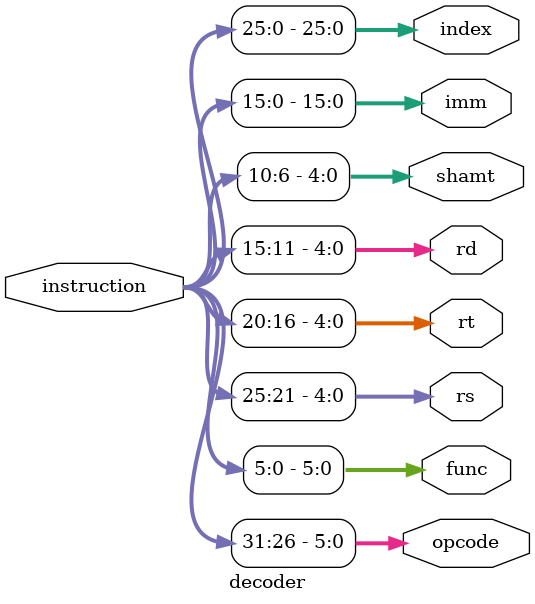
<source format=v>
`timescale 1ns / 1ps
module decoder(
    input [31:0] instruction,
    output [5:0] opcode,
    output [5:0] func,
    output [4:0] rs,
    output [4:0] rt,
    output [4:0] rd,
    output [4:0] shamt,
    output [15:0] imm,
    output [25:0] index
    );
assign opcode=instruction[31:26];
assign func=instruction[5:0];
assign rs=instruction[25:21];
assign rt=instruction[20:16];
assign rd=instruction[15:11];
assign shamt=instruction[10:6];
assign imm=instruction[15:0];
assign index=instruction[25:0];
endmodule

</source>
